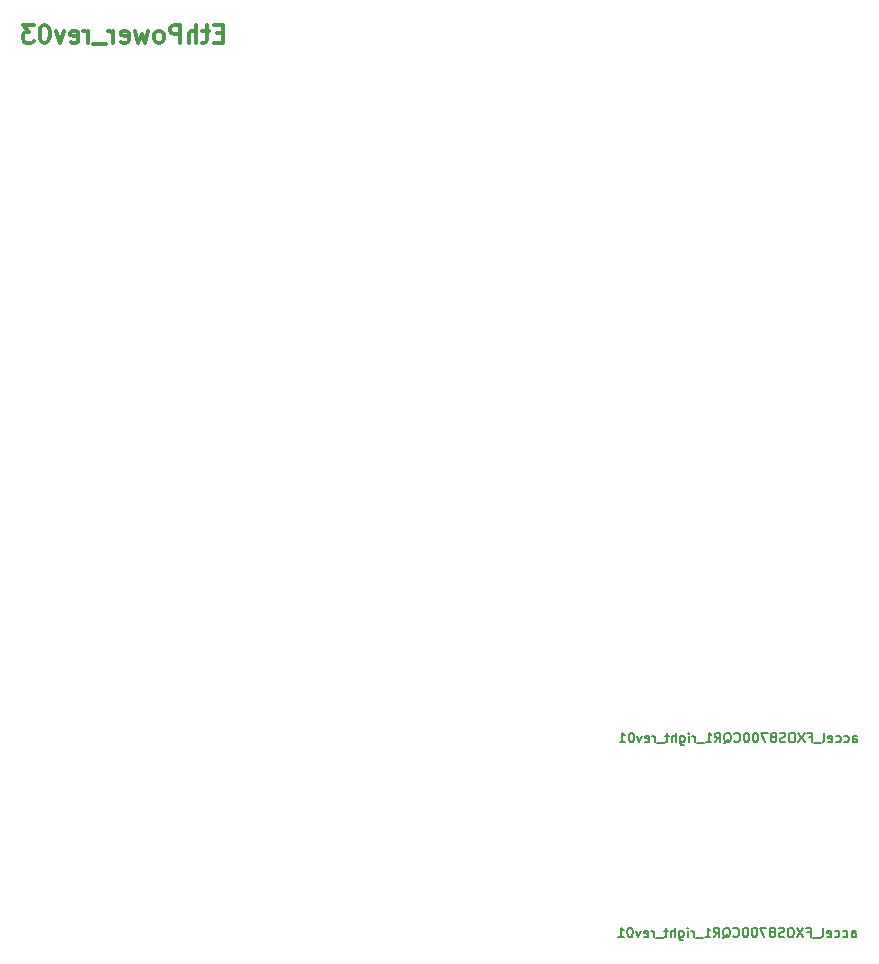
<source format=gbo>
G04 (created by PCBNEW (2013-jul-07)-stable) date Tue 21 Jul 2015 08:42:06 PM PDT*
%MOIN*%
G04 Gerber Fmt 3.4, Leading zero omitted, Abs format*
%FSLAX34Y34*%
G01*
G70*
G90*
G04 APERTURE LIST*
%ADD10C,0.00590551*%
%ADD11C,0.011811*%
G04 APERTURE END LIST*
G54D10*
X63179Y-58001D02*
X63179Y-57836D01*
X63194Y-57806D01*
X63224Y-57791D01*
X63284Y-57791D01*
X63314Y-57806D01*
X63179Y-57986D02*
X63209Y-58001D01*
X63284Y-58001D01*
X63314Y-57986D01*
X63329Y-57956D01*
X63329Y-57926D01*
X63314Y-57896D01*
X63284Y-57881D01*
X63209Y-57881D01*
X63179Y-57866D01*
X62894Y-57986D02*
X62924Y-58001D01*
X62984Y-58001D01*
X63014Y-57986D01*
X63029Y-57971D01*
X63044Y-57941D01*
X63044Y-57851D01*
X63029Y-57821D01*
X63014Y-57806D01*
X62984Y-57791D01*
X62924Y-57791D01*
X62894Y-57806D01*
X62624Y-57986D02*
X62654Y-58001D01*
X62714Y-58001D01*
X62744Y-57986D01*
X62759Y-57971D01*
X62774Y-57941D01*
X62774Y-57851D01*
X62759Y-57821D01*
X62744Y-57806D01*
X62714Y-57791D01*
X62654Y-57791D01*
X62624Y-57806D01*
X62369Y-57986D02*
X62399Y-58001D01*
X62459Y-58001D01*
X62489Y-57986D01*
X62504Y-57956D01*
X62504Y-57836D01*
X62489Y-57806D01*
X62459Y-57791D01*
X62399Y-57791D01*
X62369Y-57806D01*
X62354Y-57836D01*
X62354Y-57866D01*
X62504Y-57896D01*
X62174Y-58001D02*
X62204Y-57986D01*
X62219Y-57956D01*
X62219Y-57686D01*
X62129Y-58031D02*
X61889Y-58031D01*
X61709Y-57836D02*
X61814Y-57836D01*
X61814Y-58001D02*
X61814Y-57686D01*
X61664Y-57686D01*
X61574Y-57686D02*
X61364Y-58001D01*
X61364Y-57686D02*
X61574Y-58001D01*
X61184Y-57686D02*
X61124Y-57686D01*
X61094Y-57701D01*
X61064Y-57731D01*
X61049Y-57791D01*
X61049Y-57896D01*
X61064Y-57956D01*
X61094Y-57986D01*
X61124Y-58001D01*
X61184Y-58001D01*
X61214Y-57986D01*
X61244Y-57956D01*
X61259Y-57896D01*
X61259Y-57791D01*
X61244Y-57731D01*
X61214Y-57701D01*
X61184Y-57686D01*
X60929Y-57986D02*
X60884Y-58001D01*
X60809Y-58001D01*
X60779Y-57986D01*
X60764Y-57971D01*
X60749Y-57941D01*
X60749Y-57911D01*
X60764Y-57881D01*
X60779Y-57866D01*
X60809Y-57851D01*
X60869Y-57836D01*
X60899Y-57821D01*
X60914Y-57806D01*
X60929Y-57776D01*
X60929Y-57746D01*
X60914Y-57716D01*
X60899Y-57701D01*
X60869Y-57686D01*
X60794Y-57686D01*
X60749Y-57701D01*
X60569Y-57821D02*
X60599Y-57806D01*
X60614Y-57791D01*
X60629Y-57761D01*
X60629Y-57746D01*
X60614Y-57716D01*
X60599Y-57701D01*
X60569Y-57686D01*
X60509Y-57686D01*
X60479Y-57701D01*
X60464Y-57716D01*
X60449Y-57746D01*
X60449Y-57761D01*
X60464Y-57791D01*
X60479Y-57806D01*
X60509Y-57821D01*
X60569Y-57821D01*
X60599Y-57836D01*
X60614Y-57851D01*
X60629Y-57881D01*
X60629Y-57941D01*
X60614Y-57971D01*
X60599Y-57986D01*
X60569Y-58001D01*
X60509Y-58001D01*
X60479Y-57986D01*
X60464Y-57971D01*
X60449Y-57941D01*
X60449Y-57881D01*
X60464Y-57851D01*
X60479Y-57836D01*
X60509Y-57821D01*
X60344Y-57686D02*
X60134Y-57686D01*
X60269Y-58001D01*
X59955Y-57686D02*
X59925Y-57686D01*
X59895Y-57701D01*
X59880Y-57716D01*
X59865Y-57746D01*
X59850Y-57806D01*
X59850Y-57881D01*
X59865Y-57941D01*
X59880Y-57971D01*
X59895Y-57986D01*
X59925Y-58001D01*
X59955Y-58001D01*
X59985Y-57986D01*
X60000Y-57971D01*
X60014Y-57941D01*
X60029Y-57881D01*
X60029Y-57806D01*
X60014Y-57746D01*
X60000Y-57716D01*
X59985Y-57701D01*
X59955Y-57686D01*
X59655Y-57686D02*
X59625Y-57686D01*
X59595Y-57701D01*
X59580Y-57716D01*
X59565Y-57746D01*
X59550Y-57806D01*
X59550Y-57881D01*
X59565Y-57941D01*
X59580Y-57971D01*
X59595Y-57986D01*
X59625Y-58001D01*
X59655Y-58001D01*
X59685Y-57986D01*
X59700Y-57971D01*
X59715Y-57941D01*
X59730Y-57881D01*
X59730Y-57806D01*
X59715Y-57746D01*
X59700Y-57716D01*
X59685Y-57701D01*
X59655Y-57686D01*
X59235Y-57971D02*
X59250Y-57986D01*
X59295Y-58001D01*
X59325Y-58001D01*
X59370Y-57986D01*
X59400Y-57956D01*
X59415Y-57926D01*
X59430Y-57866D01*
X59430Y-57821D01*
X59415Y-57761D01*
X59400Y-57731D01*
X59370Y-57701D01*
X59325Y-57686D01*
X59295Y-57686D01*
X59250Y-57701D01*
X59235Y-57716D01*
X58890Y-58031D02*
X58920Y-58016D01*
X58950Y-57986D01*
X58995Y-57941D01*
X59025Y-57926D01*
X59055Y-57926D01*
X59040Y-58001D02*
X59070Y-57986D01*
X59100Y-57956D01*
X59115Y-57896D01*
X59115Y-57791D01*
X59100Y-57731D01*
X59070Y-57701D01*
X59040Y-57686D01*
X58980Y-57686D01*
X58950Y-57701D01*
X58920Y-57731D01*
X58905Y-57791D01*
X58905Y-57896D01*
X58920Y-57956D01*
X58950Y-57986D01*
X58980Y-58001D01*
X59040Y-58001D01*
X58590Y-58001D02*
X58695Y-57851D01*
X58770Y-58001D02*
X58770Y-57686D01*
X58650Y-57686D01*
X58620Y-57701D01*
X58605Y-57716D01*
X58590Y-57746D01*
X58590Y-57791D01*
X58605Y-57821D01*
X58620Y-57836D01*
X58650Y-57851D01*
X58770Y-57851D01*
X58290Y-58001D02*
X58470Y-58001D01*
X58380Y-58001D02*
X58380Y-57686D01*
X58410Y-57731D01*
X58440Y-57761D01*
X58470Y-57776D01*
X58230Y-58031D02*
X57990Y-58031D01*
X57915Y-58001D02*
X57915Y-57791D01*
X57915Y-57851D02*
X57900Y-57821D01*
X57885Y-57806D01*
X57855Y-57791D01*
X57825Y-57791D01*
X57720Y-58001D02*
X57720Y-57791D01*
X57720Y-57686D02*
X57735Y-57701D01*
X57720Y-57716D01*
X57705Y-57701D01*
X57720Y-57686D01*
X57720Y-57716D01*
X57435Y-57791D02*
X57435Y-58046D01*
X57450Y-58076D01*
X57465Y-58091D01*
X57495Y-58106D01*
X57540Y-58106D01*
X57570Y-58091D01*
X57435Y-57986D02*
X57465Y-58001D01*
X57525Y-58001D01*
X57555Y-57986D01*
X57570Y-57971D01*
X57585Y-57941D01*
X57585Y-57851D01*
X57570Y-57821D01*
X57555Y-57806D01*
X57525Y-57791D01*
X57465Y-57791D01*
X57435Y-57806D01*
X57285Y-58001D02*
X57285Y-57686D01*
X57150Y-58001D02*
X57150Y-57836D01*
X57165Y-57806D01*
X57195Y-57791D01*
X57240Y-57791D01*
X57270Y-57806D01*
X57285Y-57821D01*
X57045Y-57791D02*
X56925Y-57791D01*
X57000Y-57686D02*
X57000Y-57956D01*
X56985Y-57986D01*
X56955Y-58001D01*
X56925Y-58001D01*
X56895Y-58031D02*
X56655Y-58031D01*
X56580Y-58001D02*
X56580Y-57791D01*
X56580Y-57851D02*
X56565Y-57821D01*
X56550Y-57806D01*
X56520Y-57791D01*
X56490Y-57791D01*
X56265Y-57986D02*
X56295Y-58001D01*
X56355Y-58001D01*
X56385Y-57986D01*
X56400Y-57956D01*
X56400Y-57836D01*
X56385Y-57806D01*
X56355Y-57791D01*
X56295Y-57791D01*
X56265Y-57806D01*
X56250Y-57836D01*
X56250Y-57866D01*
X56400Y-57896D01*
X56145Y-57791D02*
X56070Y-58001D01*
X55995Y-57791D01*
X55815Y-57686D02*
X55785Y-57686D01*
X55755Y-57701D01*
X55740Y-57716D01*
X55725Y-57746D01*
X55710Y-57806D01*
X55710Y-57881D01*
X55725Y-57941D01*
X55740Y-57971D01*
X55755Y-57986D01*
X55785Y-58001D01*
X55815Y-58001D01*
X55845Y-57986D01*
X55860Y-57971D01*
X55875Y-57941D01*
X55890Y-57881D01*
X55890Y-57806D01*
X55875Y-57746D01*
X55860Y-57716D01*
X55845Y-57701D01*
X55815Y-57686D01*
X55410Y-58001D02*
X55590Y-58001D01*
X55500Y-58001D02*
X55500Y-57686D01*
X55530Y-57731D01*
X55560Y-57761D01*
X55590Y-57776D01*
G54D11*
X42215Y-27882D02*
X42019Y-27882D01*
X41934Y-28191D02*
X42215Y-28191D01*
X42215Y-27601D01*
X41934Y-27601D01*
X41766Y-27798D02*
X41541Y-27798D01*
X41681Y-27601D02*
X41681Y-28107D01*
X41653Y-28163D01*
X41597Y-28191D01*
X41541Y-28191D01*
X41344Y-28191D02*
X41344Y-27601D01*
X41091Y-28191D02*
X41091Y-27882D01*
X41119Y-27826D01*
X41175Y-27798D01*
X41259Y-27798D01*
X41316Y-27826D01*
X41344Y-27854D01*
X40809Y-28191D02*
X40809Y-27601D01*
X40584Y-27601D01*
X40528Y-27629D01*
X40500Y-27657D01*
X40472Y-27713D01*
X40472Y-27798D01*
X40500Y-27854D01*
X40528Y-27882D01*
X40584Y-27910D01*
X40809Y-27910D01*
X40134Y-28191D02*
X40191Y-28163D01*
X40219Y-28135D01*
X40247Y-28079D01*
X40247Y-27910D01*
X40219Y-27854D01*
X40191Y-27826D01*
X40134Y-27798D01*
X40050Y-27798D01*
X39994Y-27826D01*
X39966Y-27854D01*
X39938Y-27910D01*
X39938Y-28079D01*
X39966Y-28135D01*
X39994Y-28163D01*
X40050Y-28191D01*
X40134Y-28191D01*
X39741Y-27798D02*
X39628Y-28191D01*
X39516Y-27910D01*
X39403Y-28191D01*
X39291Y-27798D01*
X38841Y-28163D02*
X38897Y-28191D01*
X39010Y-28191D01*
X39066Y-28163D01*
X39094Y-28107D01*
X39094Y-27882D01*
X39066Y-27826D01*
X39010Y-27798D01*
X38897Y-27798D01*
X38841Y-27826D01*
X38813Y-27882D01*
X38813Y-27938D01*
X39094Y-27994D01*
X38560Y-28191D02*
X38560Y-27798D01*
X38560Y-27910D02*
X38532Y-27854D01*
X38503Y-27826D01*
X38447Y-27798D01*
X38391Y-27798D01*
X38335Y-28248D02*
X37885Y-28248D01*
X37744Y-28191D02*
X37744Y-27798D01*
X37744Y-27910D02*
X37716Y-27854D01*
X37688Y-27826D01*
X37632Y-27798D01*
X37575Y-27798D01*
X37154Y-28163D02*
X37210Y-28191D01*
X37322Y-28191D01*
X37379Y-28163D01*
X37407Y-28107D01*
X37407Y-27882D01*
X37379Y-27826D01*
X37322Y-27798D01*
X37210Y-27798D01*
X37154Y-27826D01*
X37125Y-27882D01*
X37125Y-27938D01*
X37407Y-27994D01*
X36929Y-27798D02*
X36788Y-28191D01*
X36647Y-27798D01*
X36310Y-27601D02*
X36254Y-27601D01*
X36197Y-27629D01*
X36169Y-27657D01*
X36141Y-27713D01*
X36113Y-27826D01*
X36113Y-27966D01*
X36141Y-28079D01*
X36169Y-28135D01*
X36197Y-28163D01*
X36254Y-28191D01*
X36310Y-28191D01*
X36366Y-28163D01*
X36394Y-28135D01*
X36422Y-28079D01*
X36451Y-27966D01*
X36451Y-27826D01*
X36422Y-27713D01*
X36394Y-27657D01*
X36366Y-27629D01*
X36310Y-27601D01*
X35916Y-27601D02*
X35551Y-27601D01*
X35748Y-27826D01*
X35663Y-27826D01*
X35607Y-27854D01*
X35579Y-27882D01*
X35551Y-27938D01*
X35551Y-28079D01*
X35579Y-28135D01*
X35607Y-28163D01*
X35663Y-28191D01*
X35832Y-28191D01*
X35888Y-28163D01*
X35916Y-28135D01*
G54D10*
X63218Y-51505D02*
X63218Y-51340D01*
X63233Y-51310D01*
X63263Y-51295D01*
X63323Y-51295D01*
X63353Y-51310D01*
X63218Y-51490D02*
X63248Y-51505D01*
X63323Y-51505D01*
X63353Y-51490D01*
X63368Y-51460D01*
X63368Y-51430D01*
X63353Y-51400D01*
X63323Y-51385D01*
X63248Y-51385D01*
X63218Y-51370D01*
X62934Y-51490D02*
X62964Y-51505D01*
X63023Y-51505D01*
X63053Y-51490D01*
X63068Y-51475D01*
X63083Y-51445D01*
X63083Y-51355D01*
X63068Y-51325D01*
X63053Y-51310D01*
X63023Y-51295D01*
X62964Y-51295D01*
X62934Y-51310D01*
X62664Y-51490D02*
X62694Y-51505D01*
X62754Y-51505D01*
X62784Y-51490D01*
X62799Y-51475D01*
X62814Y-51445D01*
X62814Y-51355D01*
X62799Y-51325D01*
X62784Y-51310D01*
X62754Y-51295D01*
X62694Y-51295D01*
X62664Y-51310D01*
X62409Y-51490D02*
X62439Y-51505D01*
X62499Y-51505D01*
X62529Y-51490D01*
X62544Y-51460D01*
X62544Y-51340D01*
X62529Y-51310D01*
X62499Y-51295D01*
X62439Y-51295D01*
X62409Y-51310D01*
X62394Y-51340D01*
X62394Y-51370D01*
X62544Y-51400D01*
X62214Y-51505D02*
X62244Y-51490D01*
X62259Y-51460D01*
X62259Y-51190D01*
X62169Y-51535D02*
X61929Y-51535D01*
X61749Y-51340D02*
X61854Y-51340D01*
X61854Y-51505D02*
X61854Y-51190D01*
X61704Y-51190D01*
X61614Y-51190D02*
X61404Y-51505D01*
X61404Y-51190D02*
X61614Y-51505D01*
X61224Y-51190D02*
X61164Y-51190D01*
X61134Y-51205D01*
X61104Y-51235D01*
X61089Y-51295D01*
X61089Y-51400D01*
X61104Y-51460D01*
X61134Y-51490D01*
X61164Y-51505D01*
X61224Y-51505D01*
X61254Y-51490D01*
X61284Y-51460D01*
X61299Y-51400D01*
X61299Y-51295D01*
X61284Y-51235D01*
X61254Y-51205D01*
X61224Y-51190D01*
X60969Y-51490D02*
X60924Y-51505D01*
X60849Y-51505D01*
X60819Y-51490D01*
X60804Y-51475D01*
X60789Y-51445D01*
X60789Y-51415D01*
X60804Y-51385D01*
X60819Y-51370D01*
X60849Y-51355D01*
X60909Y-51340D01*
X60939Y-51325D01*
X60954Y-51310D01*
X60969Y-51280D01*
X60969Y-51250D01*
X60954Y-51220D01*
X60939Y-51205D01*
X60909Y-51190D01*
X60834Y-51190D01*
X60789Y-51205D01*
X60609Y-51325D02*
X60639Y-51310D01*
X60654Y-51295D01*
X60669Y-51265D01*
X60669Y-51250D01*
X60654Y-51220D01*
X60639Y-51205D01*
X60609Y-51190D01*
X60549Y-51190D01*
X60519Y-51205D01*
X60504Y-51220D01*
X60489Y-51250D01*
X60489Y-51265D01*
X60504Y-51295D01*
X60519Y-51310D01*
X60549Y-51325D01*
X60609Y-51325D01*
X60639Y-51340D01*
X60654Y-51355D01*
X60669Y-51385D01*
X60669Y-51445D01*
X60654Y-51475D01*
X60639Y-51490D01*
X60609Y-51505D01*
X60549Y-51505D01*
X60519Y-51490D01*
X60504Y-51475D01*
X60489Y-51445D01*
X60489Y-51385D01*
X60504Y-51355D01*
X60519Y-51340D01*
X60549Y-51325D01*
X60384Y-51190D02*
X60174Y-51190D01*
X60309Y-51505D01*
X59994Y-51190D02*
X59964Y-51190D01*
X59934Y-51205D01*
X59919Y-51220D01*
X59904Y-51250D01*
X59889Y-51310D01*
X59889Y-51385D01*
X59904Y-51445D01*
X59919Y-51475D01*
X59934Y-51490D01*
X59964Y-51505D01*
X59994Y-51505D01*
X60024Y-51490D01*
X60039Y-51475D01*
X60054Y-51445D01*
X60069Y-51385D01*
X60069Y-51310D01*
X60054Y-51250D01*
X60039Y-51220D01*
X60024Y-51205D01*
X59994Y-51190D01*
X59694Y-51190D02*
X59664Y-51190D01*
X59634Y-51205D01*
X59619Y-51220D01*
X59604Y-51250D01*
X59589Y-51310D01*
X59589Y-51385D01*
X59604Y-51445D01*
X59619Y-51475D01*
X59634Y-51490D01*
X59664Y-51505D01*
X59694Y-51505D01*
X59724Y-51490D01*
X59739Y-51475D01*
X59754Y-51445D01*
X59769Y-51385D01*
X59769Y-51310D01*
X59754Y-51250D01*
X59739Y-51220D01*
X59724Y-51205D01*
X59694Y-51190D01*
X59274Y-51475D02*
X59289Y-51490D01*
X59334Y-51505D01*
X59364Y-51505D01*
X59409Y-51490D01*
X59439Y-51460D01*
X59454Y-51430D01*
X59469Y-51370D01*
X59469Y-51325D01*
X59454Y-51265D01*
X59439Y-51235D01*
X59409Y-51205D01*
X59364Y-51190D01*
X59334Y-51190D01*
X59289Y-51205D01*
X59274Y-51220D01*
X58929Y-51535D02*
X58959Y-51520D01*
X58989Y-51490D01*
X59034Y-51445D01*
X59064Y-51430D01*
X59094Y-51430D01*
X59079Y-51505D02*
X59109Y-51490D01*
X59139Y-51460D01*
X59154Y-51400D01*
X59154Y-51295D01*
X59139Y-51235D01*
X59109Y-51205D01*
X59079Y-51190D01*
X59019Y-51190D01*
X58989Y-51205D01*
X58959Y-51235D01*
X58944Y-51295D01*
X58944Y-51400D01*
X58959Y-51460D01*
X58989Y-51490D01*
X59019Y-51505D01*
X59079Y-51505D01*
X58629Y-51505D02*
X58734Y-51355D01*
X58809Y-51505D02*
X58809Y-51190D01*
X58689Y-51190D01*
X58659Y-51205D01*
X58644Y-51220D01*
X58629Y-51250D01*
X58629Y-51295D01*
X58644Y-51325D01*
X58659Y-51340D01*
X58689Y-51355D01*
X58809Y-51355D01*
X58329Y-51505D02*
X58509Y-51505D01*
X58419Y-51505D02*
X58419Y-51190D01*
X58449Y-51235D01*
X58479Y-51265D01*
X58509Y-51280D01*
X58269Y-51535D02*
X58029Y-51535D01*
X57954Y-51505D02*
X57954Y-51295D01*
X57954Y-51355D02*
X57939Y-51325D01*
X57924Y-51310D01*
X57894Y-51295D01*
X57864Y-51295D01*
X57759Y-51505D02*
X57759Y-51295D01*
X57759Y-51190D02*
X57774Y-51205D01*
X57759Y-51220D01*
X57744Y-51205D01*
X57759Y-51190D01*
X57759Y-51220D01*
X57474Y-51295D02*
X57474Y-51550D01*
X57489Y-51580D01*
X57504Y-51595D01*
X57534Y-51610D01*
X57579Y-51610D01*
X57609Y-51595D01*
X57474Y-51490D02*
X57504Y-51505D01*
X57564Y-51505D01*
X57594Y-51490D01*
X57609Y-51475D01*
X57624Y-51445D01*
X57624Y-51355D01*
X57609Y-51325D01*
X57594Y-51310D01*
X57564Y-51295D01*
X57504Y-51295D01*
X57474Y-51310D01*
X57324Y-51505D02*
X57324Y-51190D01*
X57189Y-51505D02*
X57189Y-51340D01*
X57204Y-51310D01*
X57234Y-51295D01*
X57279Y-51295D01*
X57309Y-51310D01*
X57324Y-51325D01*
X57084Y-51295D02*
X56964Y-51295D01*
X57039Y-51190D02*
X57039Y-51460D01*
X57024Y-51490D01*
X56994Y-51505D01*
X56964Y-51505D01*
X56934Y-51535D02*
X56694Y-51535D01*
X56619Y-51505D02*
X56619Y-51295D01*
X56619Y-51355D02*
X56604Y-51325D01*
X56589Y-51310D01*
X56559Y-51295D01*
X56529Y-51295D01*
X56304Y-51490D02*
X56334Y-51505D01*
X56394Y-51505D01*
X56424Y-51490D01*
X56439Y-51460D01*
X56439Y-51340D01*
X56424Y-51310D01*
X56394Y-51295D01*
X56334Y-51295D01*
X56304Y-51310D01*
X56289Y-51340D01*
X56289Y-51370D01*
X56439Y-51400D01*
X56184Y-51295D02*
X56109Y-51505D01*
X56034Y-51295D01*
X55854Y-51190D02*
X55824Y-51190D01*
X55794Y-51205D01*
X55779Y-51220D01*
X55764Y-51250D01*
X55749Y-51310D01*
X55749Y-51385D01*
X55764Y-51445D01*
X55779Y-51475D01*
X55794Y-51490D01*
X55824Y-51505D01*
X55854Y-51505D01*
X55884Y-51490D01*
X55899Y-51475D01*
X55914Y-51445D01*
X55929Y-51385D01*
X55929Y-51310D01*
X55914Y-51250D01*
X55899Y-51220D01*
X55884Y-51205D01*
X55854Y-51190D01*
X55449Y-51505D02*
X55629Y-51505D01*
X55539Y-51505D02*
X55539Y-51190D01*
X55569Y-51235D01*
X55599Y-51265D01*
X55629Y-51280D01*
M02*

</source>
